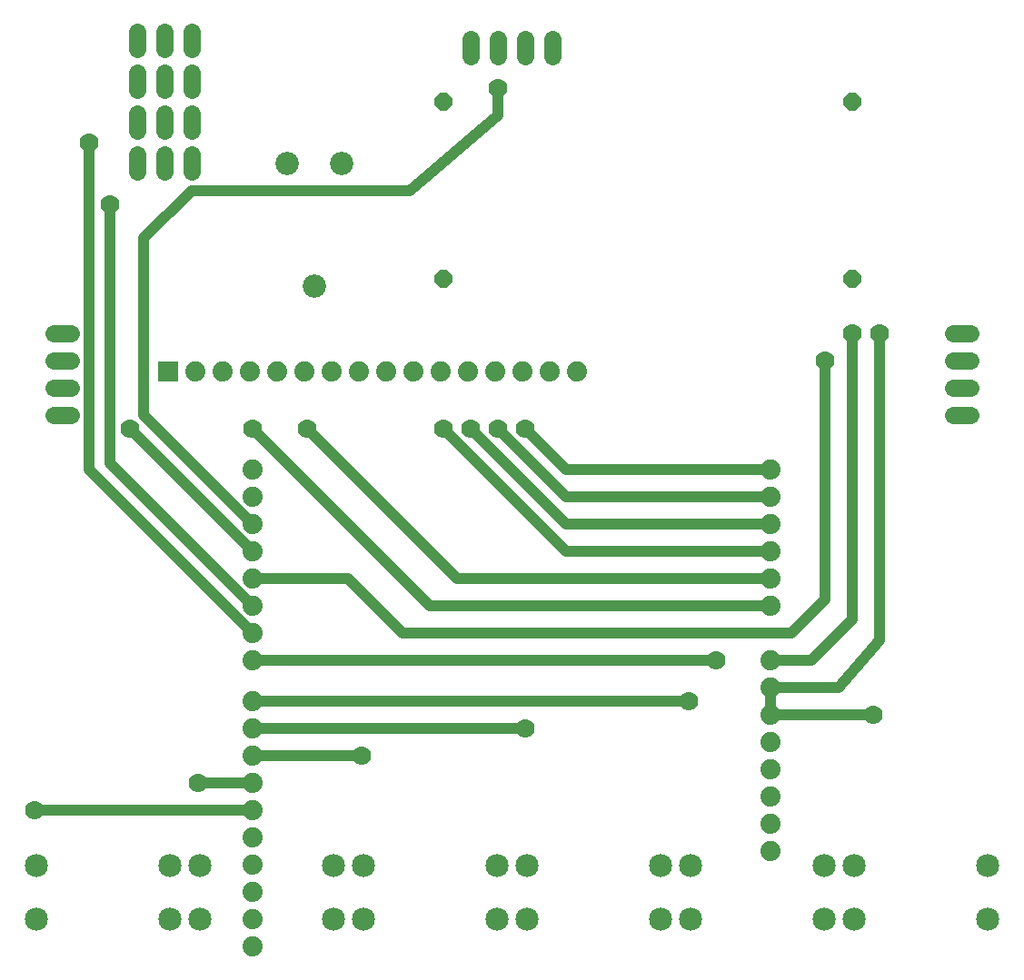
<source format=gtl>
G75*
%MOIN*%
%OFA0B0*%
%FSLAX24Y24*%
%IPPOS*%
%LPD*%
%AMOC8*
5,1,8,0,0,1.08239X$1,22.5*
%
%ADD10C,0.0740*%
%ADD11C,0.0640*%
%ADD12OC8,0.0640*%
%ADD13R,0.0740X0.0740*%
%ADD14C,0.0850*%
%ADD15C,0.0860*%
%ADD16C,0.0394*%
%ADD17C,0.0700*%
D10*
X022260Y018893D03*
X022260Y019893D03*
X022260Y020893D03*
X022260Y021893D03*
X022260Y022893D03*
X022260Y023893D03*
X022260Y024893D03*
X022260Y025893D03*
X022260Y026893D03*
X022260Y027893D03*
X022260Y029393D03*
X022260Y030393D03*
X022260Y031393D03*
X022260Y032393D03*
X022260Y033393D03*
X022260Y034393D03*
X022260Y035393D03*
X022260Y036393D03*
X022161Y039996D03*
X021161Y039996D03*
X020161Y039996D03*
X023161Y039996D03*
X024161Y039996D03*
X025161Y039996D03*
X026161Y039996D03*
X027161Y039996D03*
X028161Y039996D03*
X029161Y039996D03*
X030161Y039996D03*
X031161Y039996D03*
X032161Y039996D03*
X033161Y039996D03*
X034161Y039996D03*
X041260Y036393D03*
X041260Y035393D03*
X041260Y034393D03*
X041260Y033393D03*
X041260Y032393D03*
X041260Y031393D03*
X041260Y029393D03*
X041260Y028393D03*
X041260Y027393D03*
X041260Y026393D03*
X041260Y025393D03*
X041260Y024393D03*
X041260Y023393D03*
X041260Y022393D03*
D11*
X047940Y038393D02*
X048580Y038393D01*
X048580Y039393D02*
X047940Y039393D01*
X047940Y040393D02*
X048580Y040393D01*
X048580Y041393D02*
X047940Y041393D01*
X033260Y051573D02*
X033260Y052213D01*
X032260Y052213D02*
X032260Y051573D01*
X031260Y051573D02*
X031260Y052213D01*
X030260Y052213D02*
X030260Y051573D01*
X020010Y051823D02*
X020010Y052463D01*
X019010Y052463D02*
X019010Y051823D01*
X018010Y051823D02*
X018010Y052463D01*
X018010Y050963D02*
X018010Y050323D01*
X018010Y049463D02*
X018010Y048823D01*
X019010Y048823D02*
X019010Y049463D01*
X019010Y050323D02*
X019010Y050963D01*
X020010Y050963D02*
X020010Y050323D01*
X020010Y049463D02*
X020010Y048823D01*
X020010Y047963D02*
X020010Y047323D01*
X019010Y047323D02*
X019010Y047963D01*
X018010Y047963D02*
X018010Y047323D01*
X015580Y041393D02*
X014940Y041393D01*
X014940Y040393D02*
X015580Y040393D01*
X015580Y039393D02*
X014940Y039393D01*
X014940Y038393D02*
X015580Y038393D01*
D12*
X029260Y043393D03*
X029260Y049893D03*
X044260Y049893D03*
X044260Y043393D03*
D13*
X019161Y039996D03*
D14*
X014299Y019909D03*
X014299Y021878D03*
X019220Y021878D03*
X020299Y021878D03*
X020299Y019909D03*
X019220Y019909D03*
X025220Y019909D03*
X026299Y019909D03*
X026299Y021878D03*
X025220Y021878D03*
X031220Y021878D03*
X032299Y021878D03*
X032299Y019909D03*
X031220Y019909D03*
X037220Y019909D03*
X038299Y019909D03*
X038299Y021878D03*
X037220Y021878D03*
X043220Y021878D03*
X044299Y021878D03*
X044299Y019909D03*
X043220Y019909D03*
X049220Y019909D03*
X049220Y021878D03*
D15*
X025510Y047643D03*
X023510Y047643D03*
X024510Y043143D03*
D16*
X028010Y046643D02*
X031260Y049393D01*
X031260Y050393D01*
X028010Y046643D02*
X020010Y046643D01*
X018260Y044893D01*
X018260Y038393D01*
X022260Y034393D01*
X022260Y033393D02*
X017760Y037893D01*
X017010Y036643D02*
X017010Y046143D01*
X016260Y048393D02*
X016260Y036393D01*
X022260Y030393D01*
X022260Y031393D02*
X017010Y036643D01*
X022260Y037893D02*
X028760Y031393D01*
X041260Y031393D01*
X042010Y030393D02*
X043260Y031643D01*
X043260Y040393D01*
X044260Y041393D02*
X044260Y030893D01*
X042760Y029393D01*
X041260Y029393D01*
X041260Y028393D02*
X043760Y028393D01*
X045260Y030143D01*
X045260Y041393D01*
X041260Y036393D02*
X033760Y036393D01*
X032260Y037893D01*
X031260Y037893D02*
X033760Y035393D01*
X041260Y035393D01*
X041260Y034393D02*
X033760Y034393D01*
X030260Y037893D01*
X029260Y037893D02*
X033760Y033393D01*
X041260Y033393D01*
X041260Y032393D02*
X029760Y032393D01*
X024260Y037893D01*
X025760Y032393D02*
X022260Y032393D01*
X022260Y029393D02*
X039260Y029393D01*
X038260Y027893D02*
X022260Y027893D01*
X022260Y026893D02*
X032260Y026893D01*
X027760Y030393D02*
X042010Y030393D01*
X041260Y028393D02*
X041260Y027393D01*
X045010Y027393D01*
X027760Y030393D02*
X025760Y032393D01*
X026260Y025893D02*
X022260Y025893D01*
X022260Y024893D02*
X020260Y024893D01*
X022260Y023893D02*
X014260Y023893D01*
D17*
X014260Y023893D03*
X020260Y024893D03*
X026260Y025893D03*
X032260Y026893D03*
X038260Y027893D03*
X039260Y029393D03*
X045010Y027393D03*
X043260Y040393D03*
X044260Y041393D03*
X045260Y041393D03*
X032260Y037893D03*
X031260Y037893D03*
X030260Y037893D03*
X029260Y037893D03*
X024260Y037893D03*
X022260Y037893D03*
X017760Y037893D03*
X017010Y046143D03*
X016260Y048393D03*
X031260Y050393D03*
M02*

</source>
